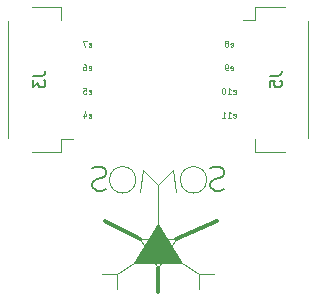
<source format=gbr>
G04 #@! TF.GenerationSoftware,KiCad,Pcbnew,5.1.5-52549c5~84~ubuntu18.04.1*
G04 #@! TF.CreationDate,2020-03-28T18:13:44-07:00*
G04 #@! TF.ProjectId,somos_wristband_2.0,736f6d6f-735f-4777-9269-737462616e64,rev?*
G04 #@! TF.SameCoordinates,Original*
G04 #@! TF.FileFunction,Legend,Bot*
G04 #@! TF.FilePolarity,Positive*
%FSLAX46Y46*%
G04 Gerber Fmt 4.6, Leading zero omitted, Abs format (unit mm)*
G04 Created by KiCad (PCBNEW 5.1.5-52549c5~84~ubuntu18.04.1) date 2020-03-28 18:13:44*
%MOMM*%
%LPD*%
G04 APERTURE LIST*
%ADD10C,0.050000*%
%ADD11C,0.120000*%
%ADD12C,0.100000*%
%ADD13C,0.300000*%
%ADD14C,0.150000*%
G04 APERTURE END LIST*
D10*
X156380952Y-112202380D02*
X156428571Y-112226190D01*
X156523809Y-112226190D01*
X156571428Y-112202380D01*
X156595238Y-112154761D01*
X156595238Y-111964285D01*
X156571428Y-111916666D01*
X156523809Y-111892857D01*
X156428571Y-111892857D01*
X156380952Y-111916666D01*
X156357142Y-111964285D01*
X156357142Y-112011904D01*
X156595238Y-112059523D01*
X155880952Y-112226190D02*
X156166666Y-112226190D01*
X156023809Y-112226190D02*
X156023809Y-111726190D01*
X156071428Y-111797619D01*
X156119047Y-111845238D01*
X156166666Y-111869047D01*
X155404761Y-112226190D02*
X155690476Y-112226190D01*
X155547619Y-112226190D02*
X155547619Y-111726190D01*
X155595238Y-111797619D01*
X155642857Y-111845238D01*
X155690476Y-111869047D01*
X156142857Y-106202380D02*
X156190476Y-106226190D01*
X156285714Y-106226190D01*
X156333333Y-106202380D01*
X156357142Y-106154761D01*
X156357142Y-105964285D01*
X156333333Y-105916666D01*
X156285714Y-105892857D01*
X156190476Y-105892857D01*
X156142857Y-105916666D01*
X156119047Y-105964285D01*
X156119047Y-106011904D01*
X156357142Y-106059523D01*
X155833333Y-105940476D02*
X155880952Y-105916666D01*
X155904761Y-105892857D01*
X155928571Y-105845238D01*
X155928571Y-105821428D01*
X155904761Y-105773809D01*
X155880952Y-105750000D01*
X155833333Y-105726190D01*
X155738095Y-105726190D01*
X155690476Y-105750000D01*
X155666666Y-105773809D01*
X155642857Y-105821428D01*
X155642857Y-105845238D01*
X155666666Y-105892857D01*
X155690476Y-105916666D01*
X155738095Y-105940476D01*
X155833333Y-105940476D01*
X155880952Y-105964285D01*
X155904761Y-105988095D01*
X155928571Y-106035714D01*
X155928571Y-106130952D01*
X155904761Y-106178571D01*
X155880952Y-106202380D01*
X155833333Y-106226190D01*
X155738095Y-106226190D01*
X155690476Y-106202380D01*
X155666666Y-106178571D01*
X155642857Y-106130952D01*
X155642857Y-106035714D01*
X155666666Y-105988095D01*
X155690476Y-105964285D01*
X155738095Y-105940476D01*
X156380952Y-110202380D02*
X156428571Y-110226190D01*
X156523809Y-110226190D01*
X156571428Y-110202380D01*
X156595238Y-110154761D01*
X156595238Y-109964285D01*
X156571428Y-109916666D01*
X156523809Y-109892857D01*
X156428571Y-109892857D01*
X156380952Y-109916666D01*
X156357142Y-109964285D01*
X156357142Y-110011904D01*
X156595238Y-110059523D01*
X155880952Y-110226190D02*
X156166666Y-110226190D01*
X156023809Y-110226190D02*
X156023809Y-109726190D01*
X156071428Y-109797619D01*
X156119047Y-109845238D01*
X156166666Y-109869047D01*
X155571428Y-109726190D02*
X155523809Y-109726190D01*
X155476190Y-109750000D01*
X155452380Y-109773809D01*
X155428571Y-109821428D01*
X155404761Y-109916666D01*
X155404761Y-110035714D01*
X155428571Y-110130952D01*
X155452380Y-110178571D01*
X155476190Y-110202380D01*
X155523809Y-110226190D01*
X155571428Y-110226190D01*
X155619047Y-110202380D01*
X155642857Y-110178571D01*
X155666666Y-110130952D01*
X155690476Y-110035714D01*
X155690476Y-109916666D01*
X155666666Y-109821428D01*
X155642857Y-109773809D01*
X155619047Y-109750000D01*
X155571428Y-109726190D01*
X156142857Y-108202380D02*
X156190476Y-108226190D01*
X156285714Y-108226190D01*
X156333333Y-108202380D01*
X156357142Y-108154761D01*
X156357142Y-107964285D01*
X156333333Y-107916666D01*
X156285714Y-107892857D01*
X156190476Y-107892857D01*
X156142857Y-107916666D01*
X156119047Y-107964285D01*
X156119047Y-108011904D01*
X156357142Y-108059523D01*
X155880952Y-108226190D02*
X155785714Y-108226190D01*
X155738095Y-108202380D01*
X155714285Y-108178571D01*
X155666666Y-108107142D01*
X155642857Y-108011904D01*
X155642857Y-107821428D01*
X155666666Y-107773809D01*
X155690476Y-107750000D01*
X155738095Y-107726190D01*
X155833333Y-107726190D01*
X155880952Y-107750000D01*
X155904761Y-107773809D01*
X155928571Y-107821428D01*
X155928571Y-107940476D01*
X155904761Y-107988095D01*
X155880952Y-108011904D01*
X155833333Y-108035714D01*
X155738095Y-108035714D01*
X155690476Y-108011904D01*
X155666666Y-107988095D01*
X155642857Y-107940476D01*
X144142857Y-106202380D02*
X144190476Y-106226190D01*
X144285714Y-106226190D01*
X144333333Y-106202380D01*
X144357142Y-106154761D01*
X144357142Y-105964285D01*
X144333333Y-105916666D01*
X144285714Y-105892857D01*
X144190476Y-105892857D01*
X144142857Y-105916666D01*
X144119047Y-105964285D01*
X144119047Y-106011904D01*
X144357142Y-106059523D01*
X143952380Y-105726190D02*
X143619047Y-105726190D01*
X143833333Y-106226190D01*
X144142857Y-108202380D02*
X144190476Y-108226190D01*
X144285714Y-108226190D01*
X144333333Y-108202380D01*
X144357142Y-108154761D01*
X144357142Y-107964285D01*
X144333333Y-107916666D01*
X144285714Y-107892857D01*
X144190476Y-107892857D01*
X144142857Y-107916666D01*
X144119047Y-107964285D01*
X144119047Y-108011904D01*
X144357142Y-108059523D01*
X143690476Y-107726190D02*
X143785714Y-107726190D01*
X143833333Y-107750000D01*
X143857142Y-107773809D01*
X143904761Y-107845238D01*
X143928571Y-107940476D01*
X143928571Y-108130952D01*
X143904761Y-108178571D01*
X143880952Y-108202380D01*
X143833333Y-108226190D01*
X143738095Y-108226190D01*
X143690476Y-108202380D01*
X143666666Y-108178571D01*
X143642857Y-108130952D01*
X143642857Y-108011904D01*
X143666666Y-107964285D01*
X143690476Y-107940476D01*
X143738095Y-107916666D01*
X143833333Y-107916666D01*
X143880952Y-107940476D01*
X143904761Y-107964285D01*
X143928571Y-108011904D01*
X144142857Y-110202380D02*
X144190476Y-110226190D01*
X144285714Y-110226190D01*
X144333333Y-110202380D01*
X144357142Y-110154761D01*
X144357142Y-109964285D01*
X144333333Y-109916666D01*
X144285714Y-109892857D01*
X144190476Y-109892857D01*
X144142857Y-109916666D01*
X144119047Y-109964285D01*
X144119047Y-110011904D01*
X144357142Y-110059523D01*
X143666666Y-109726190D02*
X143904761Y-109726190D01*
X143928571Y-109964285D01*
X143904761Y-109940476D01*
X143857142Y-109916666D01*
X143738095Y-109916666D01*
X143690476Y-109940476D01*
X143666666Y-109964285D01*
X143642857Y-110011904D01*
X143642857Y-110130952D01*
X143666666Y-110178571D01*
X143690476Y-110202380D01*
X143738095Y-110226190D01*
X143857142Y-110226190D01*
X143904761Y-110202380D01*
X143928571Y-110178571D01*
X144142857Y-112202380D02*
X144190476Y-112226190D01*
X144285714Y-112226190D01*
X144333333Y-112202380D01*
X144357142Y-112154761D01*
X144357142Y-111964285D01*
X144333333Y-111916666D01*
X144285714Y-111892857D01*
X144190476Y-111892857D01*
X144142857Y-111916666D01*
X144119047Y-111964285D01*
X144119047Y-112011904D01*
X144357142Y-112059523D01*
X143690476Y-111892857D02*
X143690476Y-112226190D01*
X143809523Y-111702380D02*
X143928571Y-112059523D01*
X143619047Y-112059523D01*
D11*
X137315000Y-113940000D02*
X137315000Y-104060000D01*
X141785000Y-102890000D02*
X141785000Y-103940000D01*
X139285000Y-102890000D02*
X141785000Y-102890000D01*
X141785000Y-114060000D02*
X142775000Y-114060000D01*
X141785000Y-115110000D02*
X141785000Y-114060000D01*
X139285000Y-115110000D02*
X141785000Y-115110000D01*
X162685000Y-104060000D02*
X162685000Y-113940000D01*
X158215000Y-115110000D02*
X158215000Y-114060000D01*
X160715000Y-115110000D02*
X158215000Y-115110000D01*
X158215000Y-103940000D02*
X157225000Y-103940000D01*
X158215000Y-102890000D02*
X158215000Y-103940000D01*
X160715000Y-102890000D02*
X158215000Y-102890000D01*
X150000000Y-125000000D02*
X151500000Y-122500000D01*
X148500000Y-122500000D02*
X150000000Y-125000000D01*
X151500000Y-122500000D02*
X148500000Y-122500000D01*
X148118034Y-117500000D02*
G75*
G03X148118034Y-117500000I-1118034J0D01*
G01*
X154118034Y-117500000D02*
G75*
G03X154118034Y-117500000I-1118034J0D01*
G01*
X148730000Y-116650000D02*
X148500000Y-118500000D01*
X151270000Y-116650000D02*
X151500000Y-118500000D01*
D12*
G36*
X148000000Y-124500000D02*
G01*
X152000000Y-124500000D01*
X150000000Y-121203949D01*
X148000000Y-124500000D01*
G37*
X148000000Y-124500000D02*
X152000000Y-124500000D01*
X150000000Y-121203949D01*
X148000000Y-124500000D01*
D11*
X148000000Y-124500000D02*
X150000000Y-121203949D01*
X152000000Y-124500000D02*
X148000000Y-124500000D01*
X150000000Y-121203949D02*
X152000000Y-124500000D01*
D13*
X150000000Y-125000000D02*
X150000000Y-127000000D01*
X151500000Y-122500000D02*
X155000000Y-121000000D01*
X148500000Y-122500000D02*
X145500000Y-121000000D01*
D11*
X153500000Y-125500000D02*
X153500000Y-126770000D01*
X154770000Y-125500000D02*
X153500000Y-125500000D01*
X152000000Y-124500000D02*
X153500000Y-125500000D01*
X146500000Y-125500000D02*
X145230000Y-125500000D01*
X146500000Y-125500000D02*
X146500000Y-126770000D01*
X148000000Y-124500000D02*
X146500000Y-125500000D01*
X150000000Y-117920000D02*
X148730000Y-116650000D01*
X151270000Y-116650000D02*
X150000000Y-117920000D01*
X150000000Y-117920000D02*
X151270000Y-116650000D01*
X150000000Y-119190000D02*
X150000000Y-117920000D01*
X150000000Y-121203949D02*
X150000000Y-119190000D01*
D14*
X139452380Y-108666666D02*
X140166666Y-108666666D01*
X140309523Y-108619047D01*
X140404761Y-108523809D01*
X140452380Y-108380952D01*
X140452380Y-108285714D01*
X139452380Y-109047619D02*
X139452380Y-109666666D01*
X139833333Y-109333333D01*
X139833333Y-109476190D01*
X139880952Y-109571428D01*
X139928571Y-109619047D01*
X140023809Y-109666666D01*
X140261904Y-109666666D01*
X140357142Y-109619047D01*
X140404761Y-109571428D01*
X140452380Y-109476190D01*
X140452380Y-109190476D01*
X140404761Y-109095238D01*
X140357142Y-109047619D01*
X159452380Y-108666666D02*
X160166666Y-108666666D01*
X160309523Y-108619047D01*
X160404761Y-108523809D01*
X160452380Y-108380952D01*
X160452380Y-108285714D01*
X159452380Y-109619047D02*
X159452380Y-109142857D01*
X159928571Y-109095238D01*
X159880952Y-109142857D01*
X159833333Y-109238095D01*
X159833333Y-109476190D01*
X159880952Y-109571428D01*
X159928571Y-109619047D01*
X160023809Y-109666666D01*
X160261904Y-109666666D01*
X160357142Y-109619047D01*
X160404761Y-109571428D01*
X160452380Y-109476190D01*
X160452380Y-109238095D01*
X160404761Y-109142857D01*
X160357142Y-109095238D01*
X145571428Y-118309523D02*
X145285714Y-118404761D01*
X144809523Y-118404761D01*
X144619047Y-118309523D01*
X144523809Y-118214285D01*
X144428571Y-118023809D01*
X144428571Y-117833333D01*
X144523809Y-117642857D01*
X144619047Y-117547619D01*
X144809523Y-117452380D01*
X145190476Y-117357142D01*
X145380952Y-117261904D01*
X145476190Y-117166666D01*
X145571428Y-116976190D01*
X145571428Y-116785714D01*
X145476190Y-116595238D01*
X145380952Y-116500000D01*
X145190476Y-116404761D01*
X144714285Y-116404761D01*
X144428571Y-116500000D01*
X155571428Y-118309523D02*
X155285714Y-118404761D01*
X154809523Y-118404761D01*
X154619047Y-118309523D01*
X154523809Y-118214285D01*
X154428571Y-118023809D01*
X154428571Y-117833333D01*
X154523809Y-117642857D01*
X154619047Y-117547619D01*
X154809523Y-117452380D01*
X155190476Y-117357142D01*
X155380952Y-117261904D01*
X155476190Y-117166666D01*
X155571428Y-116976190D01*
X155571428Y-116785714D01*
X155476190Y-116595238D01*
X155380952Y-116500000D01*
X155190476Y-116404761D01*
X154714285Y-116404761D01*
X154428571Y-116500000D01*
M02*

</source>
